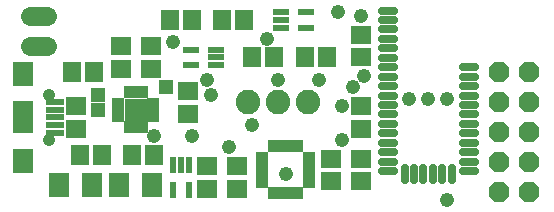
<source format=gts>
G75*
%MOIN*%
%OFA0B0*%
%FSLAX24Y24*%
%IPPOS*%
%LPD*%
%AMOC8*
5,1,8,0,0,1.08239X$1,22.5*
%
%ADD10R,0.0395X0.0237*%
%ADD11R,0.0237X0.0395*%
%ADD12C,0.0277*%
%ADD13R,0.0671X0.0592*%
%ADD14OC8,0.0680*%
%ADD15R,0.0220X0.0540*%
%ADD16R,0.0540X0.0220*%
%ADD17R,0.0592X0.0671*%
%ADD18C,0.0640*%
%ADD19R,0.0710X0.0790*%
%ADD20R,0.0410X0.0190*%
%ADD21R,0.0190X0.0410*%
%ADD22R,0.0750X0.0750*%
%ADD23C,0.0380*%
%ADD24C,0.0820*%
%ADD25R,0.0631X0.0237*%
%ADD26C,0.0415*%
%ADD27R,0.0669X0.0787*%
%ADD28R,0.0669X0.1063*%
%ADD29C,0.0476*%
%ADD30R,0.0476X0.0476*%
D10*
X010442Y004628D03*
X010442Y004825D03*
X010442Y005022D03*
X010442Y005219D03*
X010442Y005415D03*
X010442Y005612D03*
X012017Y005612D03*
X012017Y005415D03*
X012017Y005219D03*
X012017Y005022D03*
X012017Y004825D03*
X012017Y004628D03*
D11*
X011722Y004343D03*
X011525Y004343D03*
X011328Y004343D03*
X011131Y004343D03*
X010934Y004343D03*
X010737Y004343D03*
X010737Y005898D03*
X010934Y005898D03*
X011131Y005898D03*
X011328Y005898D03*
X011525Y005898D03*
X011722Y005898D03*
D12*
X014828Y006021D02*
X014828Y006021D01*
X014434Y006021D01*
X014434Y006021D01*
X014828Y006021D01*
X014828Y005706D02*
X014828Y005706D01*
X014434Y005706D01*
X014434Y005706D01*
X014828Y005706D01*
X014828Y005391D02*
X014828Y005391D01*
X014434Y005391D01*
X014434Y005391D01*
X014828Y005391D01*
X014828Y005076D02*
X014828Y005076D01*
X014434Y005076D01*
X014434Y005076D01*
X014828Y005076D01*
X015192Y005174D02*
X015192Y005174D01*
X015192Y004780D01*
X015192Y004780D01*
X015192Y005174D01*
X015192Y005056D02*
X015192Y005056D01*
X015507Y005174D02*
X015507Y005174D01*
X015507Y004780D01*
X015507Y004780D01*
X015507Y005174D01*
X015507Y005056D02*
X015507Y005056D01*
X015822Y005174D02*
X015822Y005174D01*
X015822Y004780D01*
X015822Y004780D01*
X015822Y005174D01*
X015822Y005056D02*
X015822Y005056D01*
X016137Y004780D02*
X016137Y004780D01*
X016137Y005174D01*
X016137Y005174D01*
X016137Y004780D01*
X016137Y005056D02*
X016137Y005056D01*
X016452Y004780D02*
X016452Y004780D01*
X016452Y005174D01*
X016452Y005174D01*
X016452Y004780D01*
X016452Y005056D02*
X016452Y005056D01*
X016767Y004780D02*
X016767Y004780D01*
X016767Y005174D01*
X016767Y005174D01*
X016767Y004780D01*
X016767Y005056D02*
X016767Y005056D01*
X017525Y005076D02*
X017525Y005076D01*
X017131Y005076D01*
X017131Y005076D01*
X017525Y005076D01*
X017525Y005391D02*
X017525Y005391D01*
X017131Y005391D01*
X017131Y005391D01*
X017525Y005391D01*
X017525Y005706D02*
X017525Y005706D01*
X017131Y005706D01*
X017131Y005706D01*
X017525Y005706D01*
X017525Y006021D02*
X017525Y006021D01*
X017131Y006021D01*
X017131Y006021D01*
X017525Y006021D01*
X017525Y006336D02*
X017525Y006336D01*
X017131Y006336D01*
X017131Y006336D01*
X017525Y006336D01*
X017525Y006651D02*
X017525Y006651D01*
X017131Y006651D01*
X017131Y006651D01*
X017525Y006651D01*
X017525Y006966D02*
X017525Y006966D01*
X017131Y006966D01*
X017131Y006966D01*
X017525Y006966D01*
X017525Y007281D02*
X017525Y007281D01*
X017131Y007281D01*
X017131Y007281D01*
X017525Y007281D01*
X017525Y007596D02*
X017525Y007596D01*
X017131Y007596D01*
X017131Y007596D01*
X017525Y007596D01*
X017525Y007910D02*
X017525Y007910D01*
X017131Y007910D01*
X017131Y007910D01*
X017525Y007910D01*
X017525Y008225D02*
X017525Y008225D01*
X017131Y008225D01*
X017131Y008225D01*
X017525Y008225D01*
X017525Y008540D02*
X017525Y008540D01*
X017131Y008540D01*
X017131Y008540D01*
X017525Y008540D01*
X014828Y008540D02*
X014828Y008540D01*
X014434Y008540D01*
X014434Y008540D01*
X014828Y008540D01*
X014828Y008855D02*
X014828Y008855D01*
X014434Y008855D01*
X014434Y008855D01*
X014828Y008855D01*
X014828Y009170D02*
X014828Y009170D01*
X014434Y009170D01*
X014434Y009170D01*
X014828Y009170D01*
X014828Y009485D02*
X014828Y009485D01*
X014434Y009485D01*
X014434Y009485D01*
X014828Y009485D01*
X014828Y009800D02*
X014828Y009800D01*
X014434Y009800D01*
X014434Y009800D01*
X014828Y009800D01*
X014828Y010115D02*
X014828Y010115D01*
X014434Y010115D01*
X014434Y010115D01*
X014828Y010115D01*
X014828Y010430D02*
X014828Y010430D01*
X014434Y010430D01*
X014434Y010430D01*
X014828Y010430D01*
X014828Y008225D02*
X014828Y008225D01*
X014434Y008225D01*
X014434Y008225D01*
X014828Y008225D01*
X014828Y007910D02*
X014828Y007910D01*
X014434Y007910D01*
X014434Y007910D01*
X014828Y007910D01*
X014828Y007596D02*
X014828Y007596D01*
X014434Y007596D01*
X014434Y007596D01*
X014828Y007596D01*
X014828Y007281D02*
X014828Y007281D01*
X014434Y007281D01*
X014434Y007281D01*
X014828Y007281D01*
X014828Y006966D02*
X014828Y006966D01*
X014434Y006966D01*
X014434Y006966D01*
X014828Y006966D01*
X014828Y006651D02*
X014828Y006651D01*
X014434Y006651D01*
X014434Y006651D01*
X014828Y006651D01*
X014828Y006336D02*
X014828Y006336D01*
X014434Y006336D01*
X014434Y006336D01*
X014828Y006336D01*
D13*
X013730Y006496D03*
X013730Y007244D03*
X013730Y008871D03*
X013730Y009619D03*
X007980Y007744D03*
X007980Y006996D03*
X006730Y008496D03*
X005730Y008496D03*
X005730Y009244D03*
X006730Y009244D03*
X004230Y007244D03*
X004230Y006496D03*
X008605Y005244D03*
X009605Y005244D03*
X009605Y004496D03*
X008605Y004496D03*
X012730Y004746D03*
X013730Y004746D03*
X013730Y005494D03*
X012730Y005494D03*
D14*
X018355Y005370D03*
X019355Y005370D03*
X019355Y004370D03*
X018355Y004370D03*
X018355Y006370D03*
X019355Y006370D03*
X019355Y007370D03*
X018355Y007370D03*
X018355Y008370D03*
X019355Y008370D03*
D15*
X007990Y005280D03*
X007730Y005280D03*
X007470Y005280D03*
X007470Y004460D03*
X007990Y004460D03*
D16*
X008070Y008610D03*
X008070Y009130D03*
X008890Y009130D03*
X008890Y008870D03*
X008890Y008610D03*
X011070Y009860D03*
X011070Y010120D03*
X011070Y010380D03*
X011890Y010380D03*
X011890Y009860D03*
D17*
X011856Y008870D03*
X012604Y008870D03*
X010854Y008870D03*
X010106Y008870D03*
X009854Y010120D03*
X009106Y010120D03*
X008104Y010120D03*
X007356Y010120D03*
X004854Y008370D03*
X004106Y008370D03*
X004356Y005620D03*
X005104Y005620D03*
X006106Y005620D03*
X006854Y005620D03*
D18*
X003260Y009245D02*
X002700Y009245D01*
X002700Y010245D02*
X003260Y010245D01*
D19*
X003670Y004620D03*
X004789Y004620D03*
X005670Y004620D03*
X006789Y004620D03*
D20*
X006810Y006820D03*
X006810Y007020D03*
X006810Y007220D03*
X006810Y007420D03*
X005650Y007420D03*
X005650Y007220D03*
X005650Y007020D03*
X005650Y006820D03*
D21*
X005930Y006540D03*
X006130Y006540D03*
X006330Y006540D03*
X006530Y006540D03*
X006530Y007700D03*
X006330Y007700D03*
X006130Y007700D03*
X005930Y007700D03*
D22*
X006230Y007120D03*
D23*
X006390Y006960D03*
X006070Y006960D03*
X006070Y007280D03*
X006390Y007280D03*
D24*
X009980Y007370D03*
X010980Y007370D03*
X011980Y007370D03*
D25*
X003543Y007382D03*
X003543Y007126D03*
X003543Y006870D03*
X003543Y006614D03*
X003543Y006358D03*
D26*
X003346Y006122D03*
X003346Y007618D03*
D27*
X002480Y008321D03*
X002480Y005420D03*
D28*
X002480Y006870D03*
D29*
X006855Y006245D03*
X008105Y006245D03*
X009355Y005870D03*
X010105Y006620D03*
X008730Y007620D03*
X008605Y008120D03*
X007480Y009370D03*
X010605Y009495D03*
X010980Y008120D03*
X012355Y008120D03*
X013480Y007870D03*
X013855Y008245D03*
X013105Y007245D03*
X013105Y006120D03*
X011230Y004995D03*
X015355Y007495D03*
X015980Y007495D03*
X016605Y007495D03*
X013730Y010245D03*
X012980Y010370D03*
X016605Y004120D03*
D30*
X007230Y007870D03*
X004980Y007620D03*
X004980Y007120D03*
M02*

</source>
